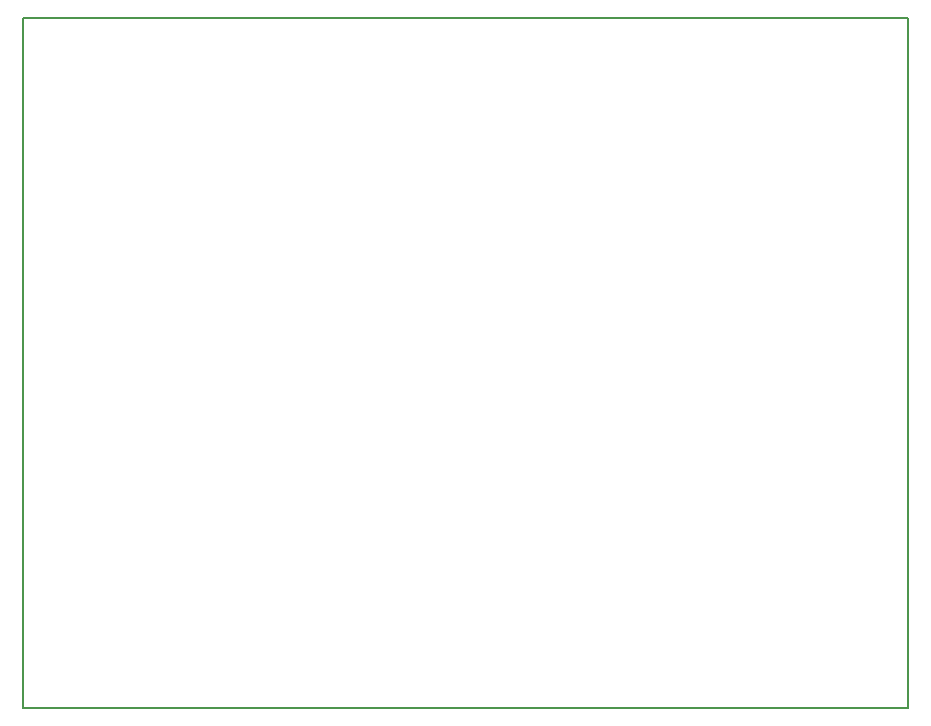
<source format=gbr>
G04 #@! TF.GenerationSoftware,KiCad,Pcbnew,5.0.2-1.fc29*
G04 #@! TF.CreationDate,2019-02-04T20:54:41+00:00*
G04 #@! TF.ProjectId,daughter,64617567-6874-4657-922e-6b696361645f,rev?*
G04 #@! TF.SameCoordinates,Original*
G04 #@! TF.FileFunction,Profile,NP*
%FSLAX46Y46*%
G04 Gerber Fmt 4.6, Leading zero omitted, Abs format (unit mm)*
G04 Created by KiCad (PCBNEW 5.0.2-1.fc29) date Mon 04 Feb 2019 20:54:41 GMT*
%MOMM*%
%LPD*%
G01*
G04 APERTURE LIST*
%ADD10C,0.150000*%
G04 APERTURE END LIST*
D10*
X71120000Y-90170000D02*
X71120000Y-148590000D01*
X71120000Y-148590000D02*
X146050000Y-148590000D01*
X146050000Y-148590000D02*
X146050000Y-90170000D01*
X146050000Y-90170000D02*
X71120000Y-90170000D01*
M02*

</source>
